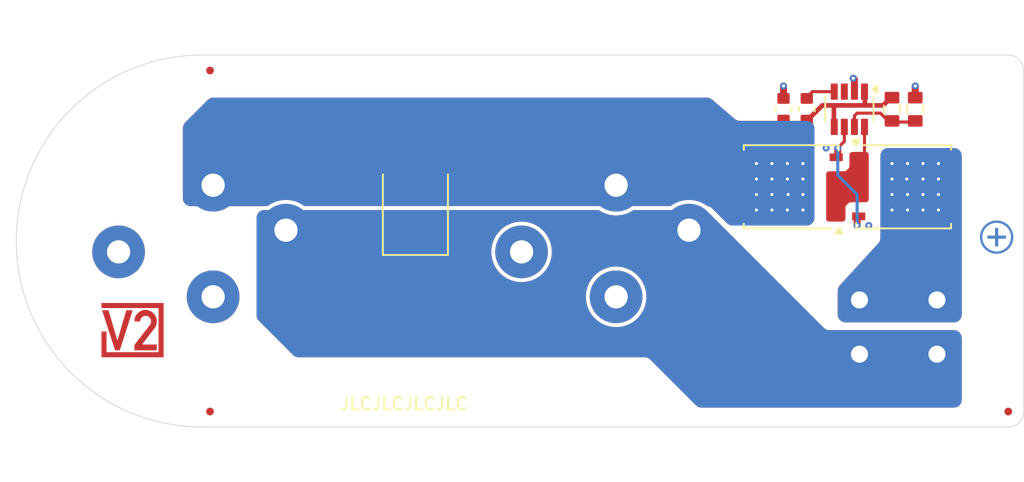
<source format=kicad_pcb>
(kicad_pcb (version 20241229) (generator "pcbnew") (generator_version "9.0")
  (title_block (date "2026-02-10") (rev "2026-01-12"))
  (layers (0 "F.Cu" signal "Front") (4 "In1.Cu" power) (6 "In2.Cu" power) (2 "B.Cu" signal "Back") (13 "F.Paste" user) (5 "F.SilkS" user "F.Silkscreen") (7 "B.SilkS" user "B.Silkscreen") (1 "F.Mask" user) (3 "B.Mask" user) (25 "Edge.Cuts" user))
  (property "Order-Number" "JLCJLCJLCJLC")
  (net 0 "")
  (net 1 "GND")
  (net 2 "/+28V-Supply")
  (net 7 "Net-(U201-VCAP)")
  (net 8 "/Polarity Protection/Source")
  (net 9 "/Polarity Protection/Gate")
  (net 10 "/Polarity Protection/Overvoltage")
  (net 12 "+28V")
  (footprint "V2_Diode_SMD:D_SMB" (layer "F.Cu") (at 128.5 89.75 90)
    (property "Reference" "TVS101" (hide yes))
    (property "Value" "SMBJ33CA" (hide yes))
    (fp_line (start -2.9 -2.1) (end 2.3 -2.1) (stroke (width 0.12)) (layer "F.SilkS"))
    (fp_line (start -2.9 -2.1) (end -2.9 2.1) (stroke (width 0.12)) (layer "F.SilkS"))
    (fp_line (start -2.9 2.1) (end 2.3 2.1) (stroke (width 0.12)) (layer "F.SilkS"))
    (pad "1" smd roundrect (at -2 0 90) (size 1.6 2.4) (layers "F.Cu" "F.Mask" "F.Paste") (roundrect_rratio 0.07692307692) (net 1 "GND"))
    (pad "2" smd roundrect (at 2 0 90) (size 1.6 2.4) (layers "F.Cu" "F.Mask" "F.Paste") (roundrect_rratio 0.07692307692) (net 2 "/+28V-Supply"))
  )
  (footprint "V2_Capacitor_SMD:C_0603" (layer "F.Cu") (at 152.25 83.25 90)
    (property "Reference" "C201" (hide yes))
    (property "Value" "0u1" (hide yes))
    (fp_line (start -0.14058 -0.51) (end 0.14058 -0.51) (stroke (width 0.12)) (layer "F.SilkS"))
    (fp_line (start -0.14058 0.51) (end 0.14058 0.51) (stroke (width 0.12)) (layer "F.SilkS"))
    (pad "1" smd roundrect (at -0.7 0 90) (size 0.7 0.8) (layers "F.Cu" "F.Mask") (roundrect_rratio 0.1428571429) (net 2 "/+28V-Supply"))
    (pad "2" smd roundrect (at 0.7 0 90) (size 0.7 0.8) (layers "F.Cu" "F.Mask") (roundrect_rratio 0.1428571429) (net 1 "GND"))
  )
  (footprint "V2_Fiducial:Fiducial_0.5mm_Mask1mm_Paste" (layer "F.Cu") (at 166.75 102.75)
    (property "Reference" "FID103" (hide yes))
    (property "Value" "Fiducial_Paste" (hide yes))
    (pad "" smd circle (at 0 0) (size 0.5 0.5) (property pad_prop_fiducial_glob) (layers "F.Cu" "F.Mask" "F.Paste") (clearance 0.25))
  )
  (footprint "V2_Resistor_SMD:R_0603" (layer "F.Cu") (at 160.75 83.25 90)
    (property "Reference" "R202" (hide yes))
    (property "Value" "3k9" (hide yes))
    (fp_line (start -0.237258 -0.5225) (end 0.237258 -0.5225) (stroke (width 0.12)) (layer "F.SilkS"))
    (fp_line (start -0.237258 0.5225) (end 0.237258 0.5225) (stroke (width 0.12)) (layer "F.SilkS"))
    (pad "1" smd roundrect (at -0.75 0 90) (size 0.75 0.95) (layers "F.Cu" "F.Mask") (roundrect_rratio 0.1333333333) (net 10 "/Polarity Protection/Overvoltage"))
    (pad "2" smd roundrect (at 0.75 0 90) (size 0.75 0.95) (layers "F.Cu" "F.Mask") (roundrect_rratio 0.1333333333) (net 1 "GND"))
  )
  (footprint "V2_Production:Order_Number" (layer "F.Cu") (at 127.75 102.25)
    (property "Reference" "INFO101" (hide yes))
    (property "Value" "Order_Number" (hide yes))
    (fp_text user "${Order-Number}" (at 0 0 0) (layer "F.SilkS") (effects (font (size 0.8 0.8) (thickness 0.12))))
  )
  (footprint "V2_Fiducial:Fiducial_0.5mm_Mask1mm_Paste" (layer "F.Cu") (at 115.25 102.75)
    (property "Reference" "FID102" (hide yes))
    (property "Value" "Fiducial_Paste" (hide yes))
    (pad "" smd circle (at 0 0) (size 0.5 0.5) (property pad_prop_fiducial_glob) (layers "F.Cu" "F.Mask" "F.Paste") (clearance 0.25))
  )
  (footprint "V2_Package_TO_SOT_SMD:TDSON-8-FL" (layer "F.Cu") (at 152.75 88.25 180)
    (property "Reference" "Q201" (hide yes))
    (property "Value" "BSC010N04LS" (hide yes))
    (fp_line (start 3.06 2.685) (end -3.06 2.685) (stroke (width 0.12)) (layer "F.SilkS"))
    (fp_line (start 3.06 2.385) (end 3.06 2.685) (stroke (width 0.12)) (layer "F.SilkS"))
    (fp_line (start 3.06 -2.385) (end 3.06 -2.685) (stroke (width 0.12)) (layer "F.SilkS"))
    (fp_line (start 3.06 -2.685) (end -2.6 -2.685) (stroke (width 0.12)) (layer "F.SilkS"))
    (fp_line (start -3.06 2.335) (end -3.06 2.685) (stroke (width 0.12)) (layer "F.SilkS"))
    (fp_poly (pts (xy -3.075829 -2.668988) (xy -3.315829 -2.998988) (xy -2.835829 -2.998988) (xy -3.075829 -2.668988)) (stroke (width 0.12)) (fill yes) (layer "F.SilkS"))
    (pad "1" smd rect (at -2.835621 -0.635 180) (size 1.1 3.15) (layers "F.Cu") (net 8 "/Polarity Protection/Source"))
    (pad "4" smd rect (at -2.9 1.905 180) (size 0.85 0.5) (layers "F.Cu" "F.Mask") (net 9 "/Polarity Protection/Gate"))
    (pad "5" thru_hole circle (at -0.75 -1.5 180) (size 0.45 0.45) (drill 0.2) (property pad_prop_heatsink) (layers "*.Cu") (net 2 "/+28V-Supply"))
    (pad "5" thru_hole circle (at -0.75 -0.5 180) (size 0.45 0.45) (drill 0.2) (property pad_prop_heatsink) (layers "*.Cu") (net 2 "/+28V-Supply"))
    (pad "5" thru_hole circle (at -0.75 0.5 180) (size 0.45 0.45) (drill 0.2) (property pad_prop_heatsink) (layers "*.Cu") (net 2 "/+28V-Supply"))
    (pad "5" thru_hole circle (at -0.75 1.5 180) (size 0.45 0.45) (drill 0.2) (property pad_prop_heatsink) (layers "*.Cu") (net 2 "/+28V-Supply"))
    (pad "5" thru_hole circle (at 0.2 -0.5 180) (size 0.45 0.45) (drill 0.2) (property pad_prop_heatsink) (layers "*.Cu") (net 2 "/+28V-Supply"))
    (pad "5" thru_hole circle (at 0.25 -1.5 180) (size 0.45 0.45) (drill 0.2) (property pad_prop_heatsink) (layers "*.Cu") (net 2 "/+28V-Supply"))
    (pad "5" thru_hole circle (at 0.25 0.5 180) (size 0.45 0.45) (drill 0.2) (property pad_prop_heatsink) (layers "*.Cu") (net 2 "/+28V-Supply"))
    (pad "5" thru_hole circle (at 0.25 1.5 180) (size 0.45 0.45) (drill 0.2) (property pad_prop_heatsink) (layers "*.Cu") (net 2 "/+28V-Supply"))
    (pad "5" smd custom (at 1 0 180) (size 4.65 4.41) (layers "F.Cu") (net 2 "/+28V-Supply") (options (clearance outline) (anchor rect)) (primitives (gr_bbox (start -0.75 -0.75) (end 0.75 0.75) (fill no))))
    (pad "5" thru_hole circle (at 1.25 -1.5 180) (size 0.45 0.45) (drill 0.2) (property pad_prop_heatsink) (layers "*.Cu") (net 2 "/+28V-Supply"))
    (pad "5" thru_hole circle (at 1.25 -0.5 180) (size 0.45 0.45) (drill 0.2) (property pad_prop_heatsink) (layers "*.Cu") (net 2 "/+28V-Supply"))
    (pad "5" thru_hole circle (at 1.25 0.5 180) (size 0.45 0.45) (drill 0.2) (property pad_prop_heatsink) (layers "*.Cu") (net 2 "/+28V-Supply"))
    (pad "5" thru_hole circle (at 1.25 1.5 180) (size 0.45 0.45) (drill 0.2) (property pad_prop_heatsink) (layers "*.Cu") (net 2 "/+28V-Supply"))
    (pad "5" thru_hole circle (at 2.25 -1.5 180) (size 0.45 0.45) (drill 0.2) (property pad_prop_heatsink) (layers "*.Cu") (net 2 "/+28V-Supply"))
    (pad "5" thru_hole circle (at 2.25 -0.5 180) (size 0.45 0.45) (drill 0.2) (property pad_prop_heatsink) (layers "*.Cu") (net 2 "/+28V-Supply"))
    (pad "5" thru_hole circle (at 2.25 0.5 180) (size 0.45 0.45) (drill 0.2) (property pad_prop_heatsink) (layers "*.Cu") (net 2 "/+28V-Supply"))
    (pad "5" thru_hole circle (at 2.25 1.5 180) (size 0.45 0.45) (drill 0.2) (property pad_prop_heatsink) (layers "*.Cu") (net 2 "/+28V-Supply"))
  )
  (footprint "V2_Package_TO_SOT_SMD:SOT-23-8" (layer "F.Cu") (at 156.5 83.25 -90)
    (property "Reference" "U201" (hide yes))
    (property "Value" "LM74502-Q1" (hide yes))
    (fp_line (start 0 1.56) (end -0.8 1.56) (stroke (width 0.12)) (layer "F.SilkS"))
    (fp_line (start 0 1.56) (end 0.8 1.56) (stroke (width 0.12)) (layer "F.SilkS"))
    (fp_line (start 0 -1.56) (end -0.8 -1.56) (stroke (width 0.12)) (layer "F.SilkS"))
    (fp_line (start 0 -1.56) (end 0.8 -1.56) (stroke (width 0.12)) (layer "F.SilkS"))
    (fp_poly (pts (xy -1.3 -1.485) (xy -1.54 -1.815) (xy -1.06 -1.815) (xy -1.3 -1.485)) (stroke (width 0.12)) (fill yes) (layer "F.SilkS"))
    (pad "1" smd roundrect (at -1.1375 -0.975 270) (size 1.05 0.45) (layers "F.Cu" "F.Mask" "F.Paste") (roundrect_rratio 0.1) (net 2 "/+28V-Supply"))
    (pad "2" smd roundrect (at -1.1375 -0.325 270) (size 1.05 0.45) (layers "F.Cu" "F.Mask" "F.Paste") (roundrect_rratio 0.1) (net 1 "GND"))
    (pad "3" smd roundrect (at -1.1375 0.325 270) (size 1.05 0.45) (layers "F.Cu" "F.Mask" "F.Paste") (roundrect_rratio 0.1))
    (pad "4" smd roundrect (at -1.1375 0.975 270) (size 1.05 0.45) (layers "F.Cu" "F.Mask" "F.Paste") (roundrect_rratio 0.1) (net 7 "Net-(U201-VCAP)"))
    (pad "5" smd roundrect (at 1.1375 0.975 270) (size 1.05 0.45) (layers "F.Cu" "F.Mask" "F.Paste") (roundrect_rratio 0.1) (net 2 "/+28V-Supply"))
    (pad "6" smd roundrect (at 1.1375 0.325 270) (size 1.05 0.45) (layers "F.Cu" "F.Mask" "F.Paste") (roundrect_rratio 0.1) (net 9 "/Polarity Protection/Gate"))
    (pad "7" smd roundrect (at 1.1375 -0.325 270) (size 1.05 0.45) (layers "F.Cu" "F.Mask" "F.Paste") (roundrect_rratio 0.1) (net 10 "/Polarity Protection/Overvoltage"))
    (pad "8" smd roundrect (at 1.1375 -0.975 270) (size 1.05 0.45) (layers "F.Cu" "F.Mask" "F.Paste") (roundrect_rratio 0.1) (net 8 "/Polarity Protection/Source"))
  )
  (footprint "V2_Package_TO_SOT_SMD:TDSON-8-FL" (layer "F.Cu") (at 160 88.25)
    (property "Reference" "Q202" (hide yes))
    (property "Value" "BSC010N04LS" (hide yes))
    (fp_line (start -3.06 2.335) (end -3.06 2.685) (stroke (width 0.12)) (layer "F.SilkS"))
    (fp_line (start 3.06 -2.685) (end -2.6 -2.685) (stroke (width 0.12)) (layer "F.SilkS"))
    (fp_line (start 3.06 -2.385) (end 3.06 -2.685) (stroke (width 0.12)) (layer "F.SilkS"))
    (fp_line (start 3.06 2.385) (end 3.06 2.685) (stroke (width 0.12)) (layer "F.SilkS"))
    (fp_line (start 3.06 2.685) (end -3.06 2.685) (stroke (width 0.12)) (layer "F.SilkS"))
    (fp_poly (pts (xy -3.075829 -2.668988) (xy -3.315829 -2.998988) (xy -2.835829 -2.998988) (xy -3.075829 -2.668988)) (stroke (width 0.12)) (fill yes) (layer "F.SilkS"))
    (pad "1" smd rect (at -2.835621 -0.635) (size 1.1 3.15) (layers "F.Cu") (net 8 "/Polarity Protection/Source"))
    (pad "4" smd rect (at -2.9 1.905) (size 0.85 0.5) (layers "F.Cu" "F.Mask") (net 9 "/Polarity Protection/Gate"))
    (pad "5" thru_hole circle (at -0.75 -1.5) (size 0.45 0.45) (drill 0.2) (property pad_prop_heatsink) (layers "*.Cu") (net 12 "+28V"))
    (pad "5" thru_hole circle (at -0.75 -0.5) (size 0.45 0.45) (drill 0.2) (property pad_prop_heatsink) (layers "*.Cu") (net 12 "+28V"))
    (pad "5" thru_hole circle (at -0.75 0.5) (size 0.45 0.45) (drill 0.2) (property pad_prop_heatsink) (layers "*.Cu") (net 12 "+28V"))
    (pad "5" thru_hole circle (at -0.75 1.5) (size 0.45 0.45) (drill 0.2) (property pad_prop_heatsink) (layers "*.Cu") (net 12 "+28V"))
    (pad "5" thru_hole circle (at 0.2 -0.5) (size 0.45 0.45) (drill 0.2) (property pad_prop_heatsink) (layers "*.Cu") (net 12 "+28V"))
    (pad "5" thru_hole circle (at 0.25 -1.5) (size 0.45 0.45) (drill 0.2) (property pad_prop_heatsink) (layers "*.Cu") (net 12 "+28V"))
    (pad "5" thru_hole circle (at 0.25 0.5) (size 0.45 0.45) (drill 0.2) (property pad_prop_heatsink) (layers "*.Cu") (net 12 "+28V"))
    (pad "5" thru_hole circle (at 0.25 1.5) (size 0.45 0.45) (drill 0.2) (property pad_prop_heatsink) (layers "*.Cu") (net 12 "+28V"))
    (pad "5" smd custom (at 1 0) (size 4.65 4.41) (layers "F.Cu") (net 12 "+28V") (options (clearance outline) (anchor rect)) (primitives (gr_bbox (start -0.75 -0.75) (end 0.75 0.75) (fill no))))
    (pad "5" thru_hole circle (at 1.25 -1.5) (size 0.45 0.45) (drill 0.2) (property pad_prop_heatsink) (layers "*.Cu") (net 12 "+28V"))
    (pad "5" thru_hole circle (at 1.25 -0.5) (size 0.45 0.45) (drill 0.2) (property pad_prop_heatsink) (layers "*.Cu") (net 12 "+28V"))
    (pad "5" thru_hole circle (at 1.25 0.5) (size 0.45 0.45) (drill 0.2) (property pad_prop_heatsink) (layers "*.Cu") (net 12 "+28V"))
    (pad "5" thru_hole circle (at 1.25 1.5) (size 0.45 0.45) (drill 0.2) (property pad_prop_heatsink) (layers "*.Cu") (net 12 "+28V"))
    (pad "5" thru_hole circle (at 2.25 -1.5) (size 0.45 0.45) (drill 0.2) (property pad_prop_heatsink) (layers "*.Cu") (net 12 "+28V"))
    (pad "5" thru_hole circle (at 2.25 -0.5) (size 0.45 0.45) (drill 0.2) (property pad_prop_heatsink) (layers "*.Cu") (net 12 "+28V"))
    (pad "5" thru_hole circle (at 2.25 0.5) (size 0.45 0.45) (drill 0.2) (property pad_prop_heatsink) (layers "*.Cu") (net 12 "+28V"))
    (pad "5" thru_hole circle (at 2.25 1.5) (size 0.45 0.45) (drill 0.2) (property pad_prop_heatsink) (layers "*.Cu") (net 12 "+28V"))
  )
  (footprint "V2_Capacitor_SMD:C_0603" (layer "F.Cu") (at 153.75 83.25 90)
    (property "Reference" "C202" (hide yes))
    (property "Value" "0u22" (hide yes))
    (fp_line (start -0.14058 -0.51) (end 0.14058 -0.51) (stroke (width 0.12)) (layer "F.SilkS"))
    (fp_line (start -0.14058 0.51) (end 0.14058 0.51) (stroke (width 0.12)) (layer "F.SilkS"))
    (pad "1" smd roundrect (at -0.7 0 90) (size 0.7 0.8) (layers "F.Cu" "F.Mask") (roundrect_rratio 0.1428571429) (net 2 "/+28V-Supply"))
    (pad "2" smd roundrect (at 0.7 0 90) (size 0.7 0.8) (layers "F.Cu" "F.Mask") (roundrect_rratio 0.1428571429) (net 7 "Net-(U201-VCAP)"))
  )
  (footprint "V2_Resistor_SMD:R_0603" (layer "F.Cu") (at 159.25 83.25 -90)
    (property "Reference" "R201" (hide yes))
    (property "Value" "100k" (hide yes))
    (fp_line (start -0.237258 0.5225) (end 0.237258 0.5225) (stroke (width 0.12)) (layer "F.SilkS"))
    (fp_line (start -0.237258 -0.5225) (end 0.237258 -0.5225) (stroke (width 0.12)) (layer "F.SilkS"))
    (pad "1" smd roundrect (at -0.75 0 270) (size 0.75 0.95) (layers "F.Cu" "F.Mask") (roundrect_rratio 0.1333333333) (net 2 "/+28V-Supply"))
    (pad "2" smd roundrect (at 0.75 0 270) (size 0.75 0.95) (layers "F.Cu" "F.Mask") (roundrect_rratio 0.1333333333) (net 10 "/Polarity Protection/Overvoltage"))
  )
  (footprint "V2_Fiducial:Fiducial_0.5mm_Mask1mm_Paste" (layer "F.Cu") (at 115.25 80.75)
    (property "Reference" "FID101" (hide yes))
    (property "Value" "Fiducial_Paste" (hide yes))
    (pad "" smd circle (at 0 0) (size 0.5 0.5) (property pad_prop_fiducial_glob) (layers "F.Cu" "F.Mask" "F.Paste") (clearance 0.25))
  )
  (footprint "V2_Artwork:Logo_Small" (layer "F.Cu") (at 110.25 97.5)
    (property "Reference" "ICON101" (hide yes))
    (property "Value" "V2-logo" (hide yes))
    (fp_poly (pts (xy 2.006758 1.750057) (xy -2.003742 1.750057) (xy -2.003742 0.089057) (xy -1.676242 0.089057) (xy -1.676242 1.422557) (xy 1.679258 1.422557) (xy 1.679258 -1.424943) (xy -2.003742 -1.424943) (xy -2.003742 -1.752443) (xy 2.006758 -1.752443)) (fill yes) (layer "F.Cu"))
    (fp_poly (pts (xy -1.520919 -1.190765) (xy -0.987877 0.632379) (xy -0.96229 0.63477) (xy -0.429473 -1.187605) (xy -0.397658 -1.28383) (xy -0.093581 -1.28383) (xy 0.011405 -1.282303) (xy -0.821464 1.300873) (xy -0.922973 1.304044) (xy -1.126979 1.304044) (xy -1.959811 -1.279026) (xy -1.859182 -1.28383) (xy -1.55515 -1.28383)) (fill yes) (layer "F.Cu"))
    (fp_poly (pts (xy 0.959179 -1.296323) (xy 1.057102 -1.27333) (xy 1.15069 -1.236367) (xy 1.237701 -1.18584) (xy 1.316459 -1.12329) (xy 1.386544 -1.051192) (xy 1.4473 -0.971068) (xy 1.496526 -0.883341) (xy 1.532676 -0.789459) (xy 1.555226 -0.691443) (xy 1.564714 -0.591354) (xy 1.562302 -0.490861) (xy 1.547686 -0.391375) (xy 1.519699 -0.294757) (xy 1.477977 -0.203204) (xy 1.423428 -0.118825) (xy 0.62811 0.902367) (xy 0.666211 0.926016) (xy 1.464718 0.926016) (xy 1.565211 0.930611) (xy 1.565211 1.236646) (xy 1.526846 1.304028) (xy 0.119258 1.304044) (xy 0.119258 0.998218) (xy 0.152529 0.907926) (xy 1.075862 -0.274673) (xy 1.135011 -0.354575) (xy 1.177602 -0.443372) (xy 1.194922 -0.540328) (xy 1.188525 -0.63852) (xy 1.156173 -0.731429) (xy 1.102154 -0.813814) (xy 1.029408 -0.879553) (xy 0.93915 -0.917434) (xy 0.841313 -0.926822) (xy 0.744269 -0.911115) (xy 0.655699 -0.868697) (xy 0.582012 -0.803671) (xy 0.529159 -0.720807) (xy 0.499075 -0.625849) (xy 0.458111 -0.553721) (xy 0.151905 -0.553721) (xy 0.122138 -0.626978) (xy 0.136522 -0.727544) (xy 0.163539 -0.824426) (xy 0.203793 -0.916615) (xy 0.256664 -1.002191) (xy 0.320597 -1.07979) (xy 0.393413 -1.149125) (xy 0.474729 -1.208346) (xy 0.563921 -1.254958) (xy 0.65936 -1.286951) (xy 0.758577 -1.303726) (xy 0.859118 -1.306199)) (fill yes) (layer "F.Cu"))
    (zone (net 0) (net_name "") (layer "F.Cu") (connect_pads (clearance 0)) (min_thickness 0.254)
      (keepout (tracks not_allowed) (vias not_allowed) (pads not_allowed) (copperpour not_allowed) (footprints allowed))
      (fill (thermal_gap 0.508) (thermal_bridge_width 0.508))
      (polygon (pts (xy 107.95 99.5) (xy 112.55 99.5) (xy 112.55 95.495) (xy 107.95 95.495) (xy 107.95 96.1) (xy 108.35 97.3) (xy 107.95 97.3)))
    )
  )
  (footprint "V2_Connector_WAGO:2601-1101" (layer "B.Cu") (at 160.25 95.25 -90)
    (property "Reference" "J103" (hide yes))
    (property "Value" "WAGO 2601-1101" (hide yes))
    (pad "1" thru_hole circle (at 0.3 -1.9 270) (size 2 2) (drill 1.1) (layers "*.Cu" "*.Mask") (net 12 "+28V"))
    (pad "1" thru_hole circle (at 0.3 3.1 270) (size 2 2) (drill 1.1) (layers "*.Cu" "*.Mask") (net 12 "+28V"))
  )
  (footprint "V2_Artwork:Plus_Small" (layer "B.Cu") (at 166 91.5 180)
    (property "Reference" "ICON102" (hide yes))
    (property "Value" "Plus" (hide yes))
    (fp_circle (center 0 0) (end 1 0) (stroke (width 0.15)) (fill no) (layer "B.Cu"))
    (fp_poly (pts (xy -0.1 0.6) (xy 0.1 0.6) (xy 0.1 0.1) (xy 0.6 0.1) (xy 0.6 -0.1) (xy 0.1 -0.1) (xy 0.1 -0.6) (xy -0.1 -0.6) (xy -0.1 -0.1) (xy -0.6 -0.1) (xy -0.6 0.1) (xy -0.1 0.1)) (fill yes) (layer "B.Cu"))
  )
  (footprint "V2_Connector_SpeakOn:NL4MDXX-V-3" (layer "B.Cu") (at 140.75 91.75 180)
    (property "Reference" "J102" (hide yes))
    (property "Value" "NL4MDXX-V-3" (hide yes))
    (pad "1+" thru_hole circle (at -0.7 3.6 180) (size 3.4 3.4) (drill 1.5) (layers "*.Cu" "*.Mask") (net 2 "/+28V-Supply"))
    (pad "1-" thru_hole circle (at -5.4 0.7 180) (size 3.4 3.4) (drill 1.5) (layers "*.Cu" "*.Mask") (net 1 "GND"))
    (pad "2+" thru_hole circle (at -0.7 -3.6 180) (size 3.4 3.4) (drill 1.5) (layers "*.Cu" "*.Mask"))
    (pad "2-" thru_hole circle (at 5.4 -0.7 180) (size 3.4 3.4) (drill 1.5) (layers "*.Cu" "*.Mask"))
  )
  (footprint "V2_Connector_SpeakOn:NL4MDXX-V-3" (layer "B.Cu") (at 114.75 91.75 180)
    (property "Reference" "J101" (hide yes))
    (property "Value" "NL4MDXX-V-3" (hide yes))
    (pad "1+" thru_hole circle (at -0.7 3.6 180) (size 3.4 3.4) (drill 1.5) (layers "*.Cu" "*.Mask") (net 2 "/+28V-Supply"))
    (pad "1-" thru_hole circle (at -5.4 0.7 180) (size 3.4 3.4) (drill 1.5) (layers "*.Cu" "*.Mask") (net 1 "GND"))
    (pad "2+" thru_hole circle (at -0.7 -3.6 180) (size 3.4 3.4) (drill 1.5) (layers "*.Cu" "*.Mask"))
    (pad "2-" thru_hole circle (at 5.4 -0.7 180) (size 3.4 3.4) (drill 1.5) (layers "*.Cu" "*.Mask"))
  )
  (footprint "V2_Connector_WAGO:2601-1101" (layer "B.Cu") (at 160.25 98.75 -90)
    (property "Reference" "J104" (hide yes))
    (property "Value" "WAGO 2601-1101" (hide yes))
    (pad "1" thru_hole circle (at 0.3 -1.9 270) (size 2 2) (drill 1.1) (layers "*.Cu" "*.Mask") (net 1 "GND"))
    (pad "1" thru_hole circle (at 0.3 3.1 270) (size 2 2) (drill 1.1) (layers "*.Cu" "*.Mask") (net 1 "GND"))
  )
  (gr_line (start 114.75 79.75) (end 166.75 79.75) (stroke (width 0.05)) (layer "Edge.Cuts"))
  (gr_arc (start 114.75 103.75) (mid 102.75 91.75) (end 114.75 79.75) (stroke (width 0.05)) (layer "Edge.Cuts"))
  (gr_line (start 114.75 103.75) (end 166.75 103.75) (stroke (width 0.05)) (layer "Edge.Cuts"))
  (gr_arc (start 166.75 79.75) (mid 167.457107 80.042893) (end 167.75 80.75) (stroke (width 0.05)) (layer "Edge.Cuts"))
  (gr_line (start 167.75 80.75) (end 167.75 102.75) (stroke (width 0.05)) (layer "Edge.Cuts"))
  (gr_arc (start 167.75 102.75) (mid 167.457107 103.457107) (end 166.75 103.75) (stroke (width 0.05)) (layer "Edge.Cuts"))
  (segment (start 152.25 82.475) (end 152.25 81.75) (width 0.45) (layer "F.Cu") (net 1))
  (segment (start 156.825 81.325) (end 156.75 81.25) (width 0.45) (layer "F.Cu") (net 1))
  (segment (start 160.75 81.75) (end 160.75 82.425) (width 0.45) (layer "F.Cu") (net 1))
  (segment (start 156.825 82.1125) (end 156.825 81.325) (width 0.45) (layer "F.Cu") (net 1))
  (via (at 160.75 81.75) (size 0.45) (drill 0.2) (layers "F.Cu" "B.Cu") (net 1))
  (via (at 155 85.75) (size 0.45) (drill 0.2) (layers "F.Cu" "B.Cu") (net 1))
  (via (at 152.25 81.75) (size 0.45) (drill 0.2) (layers "F.Cu" "B.Cu") (net 1))
  (via (at 157.75 90.75) (size 0.45) (drill 0.2) (layers "F.Cu" "B.Cu") (net 1))
  (via (at 156.75 81.25) (size 0.45) (drill 0.2) (layers "F.Cu" "B.Cu") (net 1))
  (segment (start 153.75 84.025) (end 153.75 84) (width 0.2) (layer "F.Cu") (net 2))
  (segment (start 153.75 84.025) (end 153.5 84.275) (width 0.3) (layer "F.Cu") (net 2))
  (segment (start 155.5 83) (end 155.5 84.3625) (width 0.3) (layer "F.Cu") (net 2))
  (segment (start 155.5 84.3625) (end 155.525 84.3875) (width 0.2) (layer "F.Cu") (net 2))
  (segment (start 155.5 83) (end 156 83) (width 0.3) (layer "F.Cu") (net 2))
  (segment (start 153.75 84) (end 154.75 83) (width 0.3) (layer "F.Cu") (net 2))
  (segment (start 157.5 82.1375) (end 157.475 82.1125) (width 0.2) (layer "F.Cu") (net 2))
  (segment (start 158.675 83) (end 159.25 82.425) (width 0.3) (layer "F.Cu") (net 2))
  (segment (start 157.5 83) (end 157.5 82.1375) (width 0.3) (layer "F.Cu") (net 2))
  (segment (start 157.5 83) (end 158.675 83) (width 0.3) (layer "F.Cu") (net 2))
  (segment (start 156 83) (end 157.5 83) (width 0.3) (layer "F.Cu") (net 2))
  (segment (start 154.75 83) (end 155.5 83) (width 0.3) (layer "F.Cu") (net 2))
  (segment (start 154.1125 82.1125) (end 155.525 82.1125) (width 0.2) (layer "F.Cu") (net 7))
  (segment (start 153.75 82.475) (end 154.1125 82.1125) (width 0.2) (layer "F.Cu") (net 7))
  (segment (start 157.475 84.3875) (end 157.475 87.304379) (width 0.2) (layer "F.Cu") (net 8))
  (segment (start 157.475 87.304379) (end 157.164379 87.615) (width 0.2) (layer "F.Cu") (net 8))
  (segment (start 156.175 85.325) (end 155.75 85.75) (width 0.2) (layer "F.Cu") (net 9))
  (segment (start 156.175 84.3875) (end 156.175 85.325) (width 0.2) (layer "F.Cu") (net 9))
  (segment (start 155.75 86.245) (end 155.65 86.345) (width 0.45) (layer "F.Cu") (net 9))
  (segment (start 157 90.255) (end 157.1 90.155) (width 0.45) (layer "F.Cu") (net 9))
  (segment (start 155.75 85.75) (end 155.75 86.245) (width 0.45) (layer "F.Cu") (net 9))
  (segment (start 157 90.75) (end 157 90.255) (width 0.45) (layer "F.Cu") (net 9))
  (via (at 157 90.75) (size 0.45) (drill 0.2) (layers "F.Cu" "B.Cu") (net 9))
  (via (at 155.75 85.75) (size 0.45) (drill 0.2) (layers "F.Cu" "B.Cu") (net 9))
  (segment (start 155.75 85.75) (end 155.75 87.5) (width 0.2) (layer "B.Cu") (net 9))
  (segment (start 157 88.75) (end 157 90.75) (width 0.2) (layer "B.Cu") (net 9))
  (segment (start 155.75 87.5) (end 157 88.75) (width 0.2) (layer "B.Cu") (net 9))
  (segment (start 159.25 84.075) (end 159.075 84.075) (width 0.2) (layer "F.Cu") (net 10))
  (segment (start 159.075 84.075) (end 158.5 83.5) (width 0.2) (layer "F.Cu") (net 10))
  (segment (start 156.825 83.675) (end 156.825 84.3875) (width 0.2) (layer "F.Cu") (net 10))
  (segment (start 158.5 83.5) (end 157 83.5) (width 0.2) (layer "F.Cu") (net 10))
  (segment (start 157 83.5) (end 156.825 83.675) (width 0.2) (layer "F.Cu") (net 10))
  (segment (start 160.75 84.075) (end 159.25 84.075) (width 0.2) (layer "F.Cu") (net 10))
  (zone (net 8) (net_name "/Polarity Protection/Source") (layer "F.Cu") (priority 4) (connect_pads yes (clearance 0.2)) (min_thickness 0.2) (fill yes (thermal_gap 0.5) (thermal_bridge_width 0.5) (smoothing fillet) (radius 0.2))
    (polygon (pts (xy 155 87.25) (xy 156.25 87.25) (xy 156.5 87) (xy 156.5 86) (xy 157.75 86) (xy 157.75 89.25) (xy 156.5 89.25) (xy 156.25 89.5) (xy 156.25 90.5) (xy 155 90.5)))
  )
  (zone (net 1) (net_name "GND") (layers "F.Cu" "B.Cu") (priority 3) (connect_pads yes (clearance 0.25)) (min_thickness 0.25) (fill yes (thermal_gap 0.5) (thermal_bridge_width 0.5) (smoothing fillet) (radius 0.5))
    (polygon (pts (xy 118.25 96.75) (xy 118.25 89.75) (xy 147.25 89.75) (xy 155 97.5) (xy 163.75 97.5) (xy 163.75 102.5) (xy 146.75 102.5) (xy 143.5 99.25) (xy 120.75 99.25)))
  )
  (zone (net 12) (net_name "+28V") (layers "F.Cu" "B.Cu") (connect_pads yes (clearance 0.5)) (min_thickness 0.25) (fill yes (thermal_gap 0.5) (thermal_bridge_width 0.5) (smoothing fillet) (radius 0.5))
    (polygon (pts (xy 158.5 85.75) (xy 163.75 85.75) (xy 163.75 97) (xy 155.75 97) (xy 155.75 94.75) (xy 158.5 91.75)))
  )
  (zone (net 2) (net_name "/+28V-Supply") (layers "F.Cu" "B.Cu") (priority 2) (connect_pads yes (clearance 0.25)) (min_thickness 0.25) (fill yes (thermal_gap 0.5) (thermal_bridge_width 0.5) (smoothing fillet) (radius 0.5))
    (polygon (pts (xy 113.5 84.25) (xy 115.25 82.5) (xy 147.5 82.5) (xy 149.25 84) (xy 154.25 84) (xy 154.25 90.75) (xy 148.75 90.75) (xy 147.5 89.5) (xy 113.5 89.5)))
  )
)
</source>
